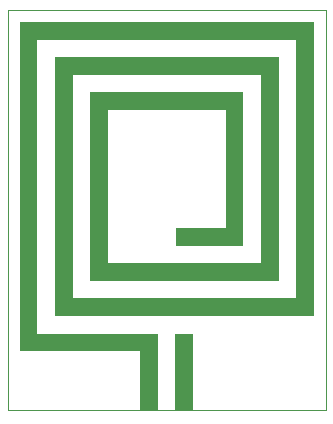
<source format=gbr>
G04 ===== Begin FILE IDENTIFICATION =====*
G04 File Format:  Gerber RS274X*
G04 ===== End FILE IDENTIFICATION =====*
%FSLAX24Y24*%
%MOIN*%
%SFA1.0000B1.0000*%
%OFA0.0B0.0*%
%ADD14C,0.023622*%
%ADD15R,0.058661X0.255512*%
%ADD16C,0.000001*%
%LNcond*%
%IPPOS*%
%LPD*%
G75*
D14*
X5488Y276D03*
Y3819D03*
G36*
G01X0Y0D02*
G01X4020D01*
G01Y-1969D01*
G01X4606D01*
G01Y587D01*
G01X587D01*
G01Y10390D01*
G01X9217D01*
G01Y1760D01*
G01X1760D01*
G01Y9217D01*
G01X8043D01*
G01Y2933D01*
G01X2933D01*
G01Y8043D01*
G01X6870D01*
G01Y4106D01*
G01X5193D01*
G01Y3520D01*
G01X7457D01*
G01Y8630D01*
G01X2346D01*
G01Y2346D01*
G01X8630D01*
G01Y9803D01*
G01X1173D01*
G01Y1173D01*
G01X9803D01*
G01Y10976D01*
G01X0D01*
G01Y0D01*
G37*
D15*
X5486Y-691D03*
D16*
G01X-394Y-1969D02*
G01X10197D01*

G01Y11370D01*

G01X-394D01*

G01Y-1969D01*
M02*


</source>
